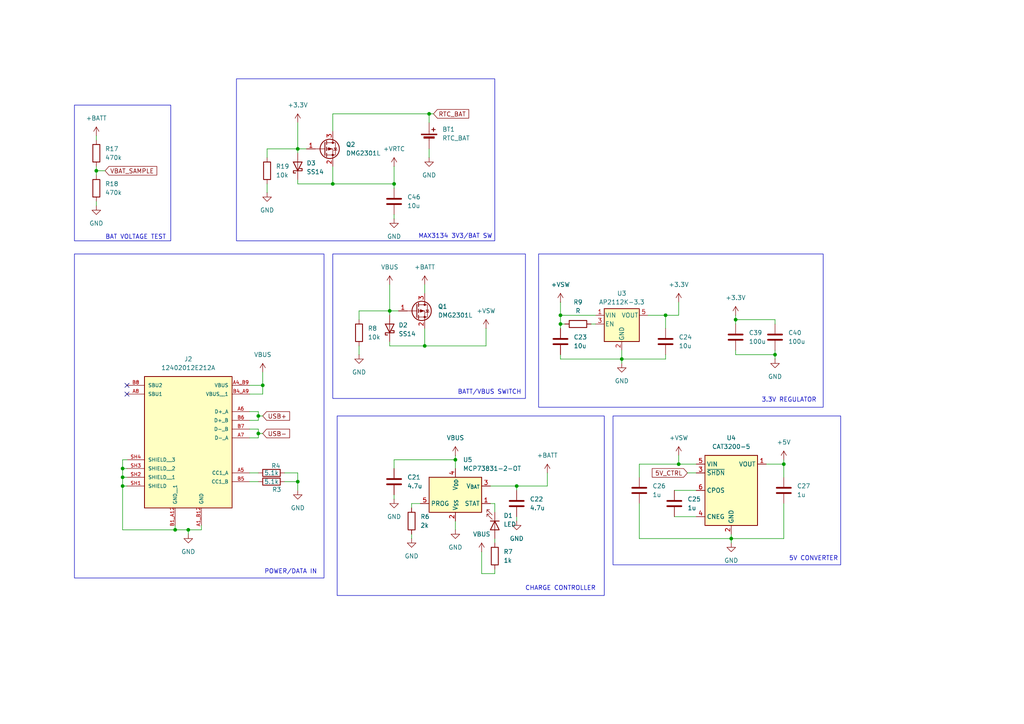
<source format=kicad_sch>
(kicad_sch (version 20231120) (generator "eeschema") (generator_version "8.0")
  (paper "A4")
  (lib_symbols
    (symbol "12402012E212A:12402012E212A" (pin_names (offset 1.016))
      (property "Reference" "J2" (at 0 17.78 0))
      (property "Value" "12402012E212A" (at 0 15.24 0))
      (symbol "12402012E212A_0_0"
        (rectangle (start -12.7 -25.4) (end 12.7 12.7) (stroke (width 0.254)) (fill (type background)))
        (pin power_in line (at 3.81 -30.48 90) (length 5.08) (name "GND") (number "A1_B12"))
        (pin power_in line (at 17.78 10.16 180) (length 5.08) (name "VBUS") (number "A4_B9"))
        (pin bidirectional line (at 17.78 -15.24 180) (length 5.08) (name "CC1_A") (number "A5"))
        (pin bidirectional line (at 17.78 2.54 180) (length 5.08) (name "D+_A") (number "A6"))
        (pin bidirectional line (at 17.78 -5.08 180) (length 5.08) (name "D-_A") (number "A7"))
        (pin bidirectional line (at -17.78 7.62 0) (length 5.08) (name "SBU1") (number "A8"))
        (pin power_in line (at -3.81 -30.48 90) (length 5.08) (name "GND__1") (number "B1_A12"))
        (pin power_in line (at 17.78 7.62 180) (length 5.08) (name "VBUS__1") (number "B4_A9"))
        (pin bidirectional line (at 17.78 -17.78 180) (length 5.08) (name "CC1_B") (number "B5"))
        (pin bidirectional line (at 17.78 0 180) (length 5.08) (name "D+_B") (number "B6"))
        (pin bidirectional line (at 17.78 -2.54 180) (length 5.08) (name "D-_B") (number "B7"))
        (pin bidirectional line (at -17.78 10.16 0) (length 5.08) (name "SBU2") (number "B8"))
        (pin passive line (at -17.78 -19.05 0) (length 5.08) (name "SHIELD") (number "SH1"))
        (pin passive line (at -17.78 -16.51 0) (length 5.08) (name "SHIELD__1") (number "SH2"))
        (pin passive line (at -17.78 -13.97 0) (length 5.08) (name "SHIELD__2") (number "SH3"))
        (pin passive line (at -17.78 -11.43 0) (length 5.08) (name "SHIELD__3") (number "SH4"))
      )
    )
    (symbol "Battery_Management:MCP73831-2-OT"
      (property "Reference" "U" (at -7.62 6.35 0))
      (property "Value" "MCP73831-2-OT" (at 1.27 6.35 0))
      (symbol "MCP73831-2-OT_0_1"
        (rectangle (start -7.62 5.08) (end 7.62 -5.08) (stroke (width 0.254)) (fill (type background)))
      )
      (symbol "MCP73831-2-OT_1_1"
        (pin tri_state line (at 10.16 -2.54 180) (length 2.54) (name "STAT") (number "1"))
        (pin power_in line (at 0 -7.62 90) (length 2.54) (name "V_{SS}") (number "2"))
        (pin power_out line (at 10.16 2.54 180) (length 2.54) (name "V_{BAT}") (number "3"))
        (pin power_in line (at 0 7.62 270) (length 2.54) (name "V_{DD}") (number "4"))
        (pin input line (at -10.16 -2.54 0) (length 2.54) (name "PROG") (number "5"))
      )
    )
    (symbol "Device:Battery_Cell" (pin_numbers hide) (pin_names (offset 0) hide)
      (property "Reference" "BT" (at 2.54 2.54 0))
      (property "Value" "Battery_Cell" (at 2.54 0 0))
      (symbol "Battery_Cell_0_1"
        (rectangle (start -2.286 1.778) (end 2.286 1.524) (fill (type outline)))
        (rectangle (start -1.524 1.016) (end 1.524 0.508) (fill (type outline)))
        (polyline (pts (xy 0 0.762) (xy 0 0)))
        (polyline (pts (xy 0 1.778) (xy 0 2.54)))
        (polyline (pts (xy 0.762 3.048) (xy 1.778 3.048)) (stroke (width 0.254)))
        (polyline (pts (xy 1.27 3.556) (xy 1.27 2.54)) (stroke (width 0.254)))
      )
      (symbol "Battery_Cell_1_1"
        (pin passive line (at 0 5.08 270) (length 2.54) (name "+") (number "1"))
        (pin passive line (at 0 -2.54 90) (length 2.54) (name "-") (number "2"))
      )
    )
    (symbol "Device:C" (pin_numbers hide) (pin_names (offset 0.254))
      (property "Reference" "C" (at 0.635 2.54 0))
      (property "Value" "C" (at 0.635 -2.54 0))
      (symbol "C_0_1"
        (polyline (pts (xy -2.032 -0.762) (xy 2.032 -0.762)) (stroke (width 0.508)))
        (polyline (pts (xy -2.032 0.762) (xy 2.032 0.762)) (stroke (width 0.508)))
      )
      (symbol "C_1_1"
        (pin passive line (at 0 3.81 270) (length 2.794) (name "~") (number "1"))
        (pin passive line (at 0 -3.81 90) (length 2.794) (name "~") (number "2"))
      )
    )
    (symbol "Device:LED" (pin_numbers hide) (pin_names (offset 1.016) hide)
      (property "Reference" "D" (at 0 2.54 0))
      (property "Value" "LED" (at 0 -2.54 0))
      (symbol "LED_0_1"
        (polyline (pts (xy -1.27 -1.27) (xy -1.27 1.27)) (stroke (width 0.254)))
        (polyline (pts (xy -1.27 0) (xy 1.27 0)))
        (polyline (pts (xy 1.27 -1.27) (xy 1.27 1.27) (xy -1.27 0) (xy 1.27 -1.27)) (stroke (width 0.254)))
        (polyline (pts (xy -3.048 -0.762) (xy -4.572 -2.286) (xy -3.81 -2.286) (xy -4.572 -2.286) (xy -4.572 -1.524)))
        (polyline (pts (xy -1.778 -0.762) (xy -3.302 -2.286) (xy -2.54 -2.286) (xy -3.302 -2.286) (xy -3.302 -1.524)))
      )
      (symbol "LED_1_1"
        (pin passive line (at -3.81 0 0) (length 2.54) (name "K") (number "1"))
        (pin passive line (at 3.81 0 180) (length 2.54) (name "A") (number "2"))
      )
    )
    (symbol "Device:R" (pin_numbers hide) (pin_names (offset 0))
      (property "Reference" "R" (at 2.032 0 90))
      (property "Value" "R" (at 0 0 90))
      (symbol "R_0_1"
        (rectangle (start -1.016 -2.54) (end 1.016 2.54) (stroke (width 0.254)))
      )
      (symbol "R_1_1"
        (pin passive line (at 0 3.81 270) (length 1.27) (name "~") (number "1"))
        (pin passive line (at 0 -3.81 90) (length 1.27) (name "~") (number "2"))
      )
    )
    (symbol "Diode:SS14" (pin_numbers hide) (pin_names (offset 1.016) hide)
      (property "Reference" "D" (at 0 2.54 0))
      (property "Value" "SS14" (at 0 -2.54 0))
      (symbol "SS14_0_1"
        (polyline (pts (xy 1.27 0) (xy -1.27 0)))
        (polyline (pts (xy 1.27 1.27) (xy 1.27 -1.27) (xy -1.27 0) (xy 1.27 1.27)) (stroke (width 0.254)))
        (polyline (pts (xy -1.905 0.635) (xy -1.905 1.27) (xy -1.27 1.27) (xy -1.27 -1.27) (xy -0.635 -1.27) (xy -0.635 -0.635)) (stroke (width 0.254)))
      )
      (symbol "SS14_1_1"
        (pin passive line (at -3.81 0 0) (length 2.54) (name "K") (number "1"))
        (pin passive line (at 3.81 0 180) (length 2.54) (name "A") (number "2"))
      )
    )
    (symbol "Regulator_Linear:AP2112K-3.3" (pin_names (offset 0.254))
      (property "Reference" "U" (at -5.08 5.715 0))
      (property "Value" "AP2112K-3.3" (at 0 5.715 0))
      (symbol "AP2112K-3.3_0_1"
        (rectangle (start -5.08 4.445) (end 5.08 -5.08) (stroke (width 0.254)) (fill (type background)))
      )
      (symbol "AP2112K-3.3_1_1"
        (pin power_in line (at -7.62 2.54 0) (length 2.54) (name "VIN") (number "1"))
        (pin power_in line (at 0 -7.62 90) (length 2.54) (name "GND") (number "2"))
        (pin input line (at -7.62 0 0) (length 2.54) (name "EN") (number "3"))
        (pin no_connect line (at 5.08 0 180) (length 2.54) hide (name "NC") (number "4"))
        (pin power_out line (at 7.62 2.54 180) (length 2.54) (name "VOUT") (number "5"))
      )
    )
    (symbol "Regulator_SwitchedCapacitor:CAT3200-5"
      (property "Reference" "U" (at 6.35 11.43 0))
      (property "Value" "CAT3200-5" (at 6.35 -11.43 0))
      (symbol "CAT3200-5_0_1"
        (rectangle (start -7.62 10.16) (end 7.62 -10.16) (stroke (width 0.254)) (fill (type background)))
      )
      (symbol "CAT3200-5_1_1"
        (pin power_out line (at 10.16 7.62 180) (length 2.54) (name "VOUT") (number "1"))
        (pin power_in line (at 0 -12.7 90) (length 2.54) (name "GND") (number "2"))
        (pin input line (at -10.16 5.08 0) (length 2.54) (name "~{SHDN}") (number "3"))
        (pin passive line (at -10.16 -7.62 0) (length 2.54) (name "CNEG") (number "4"))
        (pin power_in line (at -10.16 7.62 0) (length 2.54) (name "VIN") (number "5"))
        (pin passive line (at -10.16 0 0) (length 2.54) (name "CPOS") (number "6"))
      )
    )
    (symbol "Transistor_FET:DMG2301L" (pin_names hide)
      (property "Reference" "Q" (at 5.08 1.905 0))
      (property "Value" "DMG2301L" (at 5.08 0 0))
      (symbol "DMG2301L_0_1"
        (polyline (pts (xy 0.254 0) (xy -2.54 0)))
        (polyline (pts (xy 0.254 1.905) (xy 0.254 -1.905)) (stroke (width 0.254)))
        (polyline (pts (xy 0.762 -1.27) (xy 0.762 -2.286)) (stroke (width 0.254)))
        (polyline (pts (xy 0.762 0.508) (xy 0.762 -0.508)) (stroke (width 0.254)))
        (polyline (pts (xy 0.762 2.286) (xy 0.762 1.27)) (stroke (width 0.254)))
        (polyline (pts (xy 2.54 2.54) (xy 2.54 1.778)))
        (polyline (pts (xy 2.54 -2.54) (xy 2.54 0) (xy 0.762 0)))
        (polyline (pts (xy 0.762 1.778) (xy 3.302 1.778) (xy 3.302 -1.778) (xy 0.762 -1.778)))
        (polyline (pts (xy 2.286 0) (xy 1.27 0.381) (xy 1.27 -0.381) (xy 2.286 0)) (fill (type outline)))
        (polyline (pts (xy 2.794 -0.508) (xy 2.921 -0.381) (xy 3.683 -0.381) (xy 3.81 -0.254)))
        (polyline (pts (xy 3.302 -0.381) (xy 2.921 0.254) (xy 3.683 0.254) (xy 3.302 -0.381)))
        (circle (center 1.651 0) (radius 2.794) (stroke (width 0.254)))
        (circle (center 2.54 -1.778) (radius 0.254) (fill (type outline)))
        (circle (center 2.54 1.778) (radius 0.254) (fill (type outline)))
      )
      (symbol "DMG2301L_1_1"
        (pin input line (at -5.08 0 0) (length 2.54) (name "G") (number "1"))
        (pin passive line (at 2.54 -5.08 90) (length 2.54) (name "S") (number "2"))
        (pin passive line (at 2.54 5.08 270) (length 2.54) (name "D") (number "3"))
      )
    )
    (symbol "power:+3.3V" (power) (pin_numbers hide) (pin_names (offset 0) hide)
      (property "Value" "+3.3V" (at 0 3.556 0))
      (symbol "+3.3V_0_1"
        (polyline (pts (xy -0.762 1.27) (xy 0 2.54)))
        (polyline (pts (xy 0 0) (xy 0 2.54)))
        (polyline (pts (xy 0 2.54) (xy 0.762 1.27)))
      )
      (symbol "+3.3V_1_1"
        (pin power_in line (at 0 0 90) (length 0) (name "~") (number "1"))
      )
    )
    (symbol "power:+5V" (power) (pin_numbers hide) (pin_names (offset 0) hide)
      (property "Value" "+5V" (at 0 3.556 0))
      (symbol "+5V_0_1"
        (polyline (pts (xy -0.762 1.27) (xy 0 2.54)))
        (polyline (pts (xy 0 0) (xy 0 2.54)))
        (polyline (pts (xy 0 2.54) (xy 0.762 1.27)))
      )
      (symbol "+5V_1_1"
        (pin power_in line (at 0 0 90) (length 0) (name "~") (number "1"))
      )
    )
    (symbol "power:+BATT" (power) (pin_numbers hide) (pin_names (offset 0) hide)
      (property "Value" "+BATT" (at 0 3.556 0))
      (symbol "+BATT_0_1"
        (polyline (pts (xy -0.762 1.27) (xy 0 2.54)))
        (polyline (pts (xy 0 0) (xy 0 2.54)))
        (polyline (pts (xy 0 2.54) (xy 0.762 1.27)))
      )
      (symbol "+BATT_1_1"
        (pin power_in line (at 0 0 90) (length 0) (name "~") (number "1"))
      )
    )
    (symbol "power:+VSW" (power) (pin_numbers hide) (pin_names (offset 0) hide)
      (property "Value" "+VSW" (at 0 3.556 0))
      (symbol "+VSW_0_1"
        (polyline (pts (xy -0.762 1.27) (xy 0 2.54)))
        (polyline (pts (xy 0 0) (xy 0 2.54)))
        (polyline (pts (xy 0 2.54) (xy 0.762 1.27)))
      )
      (symbol "+VSW_1_1"
        (pin power_in line (at 0 0 90) (length 0) (name "~") (number "1"))
      )
    )
    (symbol "power:GND" (power) (pin_numbers hide) (pin_names (offset 0) hide)
      (property "Value" "GND" (at 0 -3.81 0))
      (symbol "GND_0_1"
        (polyline (pts (xy 0 0) (xy 0 -1.27) (xy 1.27 -1.27) (xy 0 -2.54) (xy -1.27 -1.27) (xy 0 -1.27)))
      )
      (symbol "GND_1_1"
        (pin power_in line (at 0 0 270) (length 0) (name "~") (number "1"))
      )
    )
    (symbol "power:VBUS" (power) (pin_numbers hide) (pin_names (offset 0) hide)
      (property "Value" "VBUS" (at 0 3.556 0))
      (symbol "VBUS_0_1"
        (polyline (pts (xy -0.762 1.27) (xy 0 2.54)))
        (polyline (pts (xy 0 0) (xy 0 2.54)))
        (polyline (pts (xy 0 2.54) (xy 0.762 1.27)))
      )
      (symbol "VBUS_1_1"
        (pin power_in line (at 0 0 90) (length 0) (name "~") (number "1"))
      )
    )
  )
  (junction (at 212.09 156.21))
  (junction (at 35.56 135.89))
  (junction (at 113.03 90.17))
  (junction (at 50.8 153.67))
  (junction (at 27.94 49.53))
  (junction (at 162.56 93.98))
  (junction (at 213.36 92.71))
  (junction (at 124.46 33.02))
  (junction (at 86.36 43.18))
  (junction (at 114.3 53.34))
  (junction (at 193.04 91.44))
  (junction (at 132.08 133.35))
  (junction (at 54.61 153.67))
  (junction (at 74.93 125.73))
  (junction (at 96.52 53.34))
  (junction (at 224.79 102.87))
  (junction (at 35.56 140.97))
  (junction (at 74.93 120.65))
  (junction (at 149.86 140.97))
  (junction (at 196.85 134.62))
  (junction (at 162.56 91.44))
  (junction (at 227.33 134.62))
  (junction (at 76.2 111.76))
  (junction (at 123.19 100.33))
  (junction (at 86.36 139.7))
  (junction (at 35.56 138.43))
  (junction (at 180.34 104.14))
  (no_connect (at 36.83 114.3))
  (no_connect (at 36.83 111.76))
  (wire (pts (xy 227.33 146.05) (xy 227.33 156.21)))
  (wire (pts (xy 114.3 48.26) (xy 114.3 53.34)))
  (wire (pts (xy 35.56 138.43) (xy 36.83 138.43)))
  (wire (pts (xy 171.45 93.98) (xy 172.72 93.98)))
  (wire (pts (xy 74.93 121.92) (xy 74.93 120.65)))
  (wire (pts (xy 199.39 137.16) (xy 201.93 137.16)))
  (wire (pts (xy 27.94 48.26) (xy 27.94 49.53)))
  (wire (pts (xy 35.56 135.89) (xy 35.56 133.35)))
  (wire (pts (xy 74.93 120.65) (xy 76.2 120.65)))
  (wire (pts (xy 35.56 133.35) (xy 36.83 133.35)))
  (wire (pts (xy 212.09 154.94) (xy 212.09 156.21)))
  (wire (pts (xy 35.56 138.43) (xy 35.56 135.89)))
  (wire (pts (xy 114.3 135.89) (xy 114.3 133.35)))
  (wire (pts (xy 143.51 166.37) (xy 143.51 165.1)))
  (wire (pts (xy 143.51 146.05) (xy 142.24 146.05)))
  (wire (pts (xy 74.93 124.46) (xy 74.93 125.73)))
  (wire (pts (xy 185.42 134.62) (xy 196.85 134.62)))
  (wire (pts (xy 162.56 95.25) (xy 162.56 93.98)))
  (wire (pts (xy 162.56 87.63) (xy 162.56 91.44)))
  (wire (pts (xy 123.19 82.55) (xy 123.19 85.09)))
  (wire (pts (xy 119.38 154.94) (xy 119.38 156.21)))
  (wire (pts (xy 82.55 139.7) (xy 86.36 139.7)))
  (wire (pts (xy 149.86 142.24) (xy 149.86 140.97)))
  (wire (pts (xy 54.61 154.94) (xy 54.61 153.67)))
  (wire (pts (xy 72.39 139.7) (xy 74.93 139.7)))
  (wire (pts (xy 27.94 49.53) (xy 30.48 49.53)))
  (wire (pts (xy 162.56 91.44) (xy 172.72 91.44)))
  (wire (pts (xy 86.36 44.45) (xy 86.36 43.18)))
  (wire (pts (xy 162.56 91.44) (xy 162.56 93.98)))
  (wire (pts (xy 72.39 114.3) (xy 76.2 114.3)))
  (wire (pts (xy 74.93 119.38) (xy 74.93 120.65)))
  (wire (pts (xy 227.33 156.21) (xy 212.09 156.21)))
  (wire (pts (xy 119.38 146.05) (xy 121.92 146.05)))
  (wire (pts (xy 224.79 92.71) (xy 213.36 92.71)))
  (wire (pts (xy 86.36 53.34) (xy 96.52 53.34)))
  (wire (pts (xy 180.34 101.6) (xy 180.34 104.14)))
  (wire (pts (xy 124.46 35.56) (xy 124.46 33.02)))
  (wire (pts (xy 196.85 87.63) (xy 196.85 91.44)))
  (wire (pts (xy 140.97 95.25) (xy 140.97 100.33)))
  (wire (pts (xy 35.56 140.97) (xy 35.56 153.67)))
  (wire (pts (xy 35.56 135.89) (xy 36.83 135.89)))
  (wire (pts (xy 72.39 127) (xy 74.93 127)))
  (wire (pts (xy 119.38 147.32) (xy 119.38 146.05)))
  (wire (pts (xy 143.51 156.21) (xy 143.51 157.48)))
  (wire (pts (xy 193.04 95.25) (xy 193.04 91.44)))
  (wire (pts (xy 77.47 53.34) (xy 77.47 55.88)))
  (wire (pts (xy 213.36 101.6) (xy 213.36 102.87)))
  (wire (pts (xy 86.36 137.16) (xy 86.36 139.7)))
  (wire (pts (xy 104.14 100.33) (xy 104.14 102.87)))
  (wire (pts (xy 124.46 33.02) (xy 96.52 33.02)))
  (wire (pts (xy 74.93 127) (xy 74.93 125.73)))
  (wire (pts (xy 58.42 153.67) (xy 54.61 153.67)))
  (wire (pts (xy 54.61 153.67) (xy 50.8 153.67)))
  (wire (pts (xy 96.52 33.02) (xy 96.52 38.1)))
  (wire (pts (xy 195.58 142.24) (xy 201.93 142.24)))
  (wire (pts (xy 149.86 149.86) (xy 149.86 151.13)))
  (wire (pts (xy 114.3 133.35) (xy 132.08 133.35)))
  (wire (pts (xy 77.47 45.72) (xy 77.47 43.18)))
  (wire (pts (xy 143.51 148.59) (xy 143.51 146.05)))
  (wire (pts (xy 224.79 102.87) (xy 224.79 101.6)))
  (wire (pts (xy 50.8 153.67) (xy 50.8 152.4)))
  (wire (pts (xy 86.36 35.56) (xy 86.36 43.18)))
  (wire (pts (xy 162.56 93.98) (xy 163.83 93.98)))
  (wire (pts (xy 158.75 137.16) (xy 158.75 140.97)))
  (wire (pts (xy 36.83 140.97) (xy 35.56 140.97)))
  (wire (pts (xy 196.85 132.08) (xy 196.85 134.62)))
  (wire (pts (xy 185.42 138.43) (xy 185.42 134.62)))
  (wire (pts (xy 180.34 104.14) (xy 193.04 104.14)))
  (wire (pts (xy 139.7 166.37) (xy 143.51 166.37)))
  (wire (pts (xy 104.14 90.17) (xy 113.03 90.17)))
  (wire (pts (xy 132.08 132.08) (xy 132.08 133.35)))
  (wire (pts (xy 193.04 91.44) (xy 187.96 91.44)))
  (wire (pts (xy 58.42 152.4) (xy 58.42 153.67)))
  (wire (pts (xy 86.36 43.18) (xy 88.9 43.18)))
  (wire (pts (xy 96.52 53.34) (xy 96.52 48.26)))
  (wire (pts (xy 213.36 102.87) (xy 224.79 102.87)))
  (wire (pts (xy 162.56 102.87) (xy 162.56 104.14)))
  (wire (pts (xy 227.33 134.62) (xy 227.33 133.35)))
  (wire (pts (xy 212.09 157.48) (xy 212.09 156.21)))
  (wire (pts (xy 76.2 114.3) (xy 76.2 111.76)))
  (wire (pts (xy 132.08 151.13) (xy 132.08 153.67)))
  (wire (pts (xy 224.79 93.98) (xy 224.79 92.71)))
  (wire (pts (xy 113.03 82.55) (xy 113.03 90.17)))
  (wire (pts (xy 196.85 91.44) (xy 193.04 91.44)))
  (wire (pts (xy 114.3 53.34) (xy 114.3 54.61)))
  (wire (pts (xy 124.46 43.18) (xy 124.46 45.72)))
  (wire (pts (xy 227.33 134.62) (xy 227.33 138.43)))
  (wire (pts (xy 213.36 91.44) (xy 213.36 92.71)))
  (wire (pts (xy 124.46 33.02) (xy 125.73 33.02)))
  (wire (pts (xy 185.42 156.21) (xy 212.09 156.21)))
  (wire (pts (xy 185.42 146.05) (xy 185.42 156.21)))
  (wire (pts (xy 195.58 149.86) (xy 201.93 149.86)))
  (wire (pts (xy 74.93 125.73) (xy 76.2 125.73)))
  (wire (pts (xy 27.94 39.37) (xy 27.94 40.64)))
  (wire (pts (xy 132.08 133.35) (xy 132.08 135.89)))
  (wire (pts (xy 72.39 119.38) (xy 74.93 119.38)))
  (wire (pts (xy 180.34 104.14) (xy 180.34 105.41)))
  (wire (pts (xy 27.94 49.53) (xy 27.94 50.8)))
  (wire (pts (xy 72.39 124.46) (xy 74.93 124.46)))
  (wire (pts (xy 72.39 111.76) (xy 76.2 111.76)))
  (wire (pts (xy 224.79 102.87) (xy 224.79 104.14)))
  (wire (pts (xy 158.75 140.97) (xy 149.86 140.97)))
  (wire (pts (xy 35.56 153.67) (xy 50.8 153.67)))
  (wire (pts (xy 27.94 58.42) (xy 27.94 59.69)))
  (wire (pts (xy 86.36 137.16) (xy 82.55 137.16)))
  (wire (pts (xy 86.36 52.07) (xy 86.36 53.34)))
  (wire (pts (xy 35.56 140.97) (xy 35.56 138.43)))
  (wire (pts (xy 113.03 100.33) (xy 123.19 100.33)))
  (wire (pts (xy 113.03 91.44) (xy 113.03 90.17)))
  (wire (pts (xy 149.86 140.97) (xy 142.24 140.97)))
  (wire (pts (xy 86.36 139.7) (xy 86.36 142.24)))
  (wire (pts (xy 193.04 102.87) (xy 193.04 104.14)))
  (wire (pts (xy 114.3 62.23) (xy 114.3 63.5)))
  (wire (pts (xy 76.2 111.76) (xy 76.2 107.95)))
  (wire (pts (xy 114.3 143.51) (xy 114.3 144.78)))
  (wire (pts (xy 140.97 100.33) (xy 123.19 100.33)))
  (wire (pts (xy 114.3 53.34) (xy 96.52 53.34)))
  (wire (pts (xy 139.7 160.02) (xy 139.7 166.37)))
  (wire (pts (xy 77.47 43.18) (xy 86.36 43.18)))
  (wire (pts (xy 104.14 92.71) (xy 104.14 90.17)))
  (wire (pts (xy 72.39 137.16) (xy 74.93 137.16)))
  (wire (pts (xy 113.03 90.17) (xy 115.57 90.17)))
  (wire (pts (xy 222.25 134.62) (xy 227.33 134.62)))
  (wire (pts (xy 72.39 121.92) (xy 74.93 121.92)))
  (wire (pts (xy 113.03 99.06) (xy 113.03 100.33)))
  (wire (pts (xy 123.19 100.33) (xy 123.19 95.25)))
  (wire (pts (xy 196.85 134.62) (xy 201.93 134.62)))
  (wire (pts (xy 213.36 92.71) (xy 213.36 93.98)))
  (wire (pts (xy 162.56 104.14) (xy 180.34 104.14)))
  (rectangle (start 96.52 73.66) (end 152.4 115.57))
  (rectangle (start 21.59 73.66) (end 93.98 167.64))
  (rectangle (start 68.58 22.86) (end 143.51 69.85))
  (rectangle (start 156.21 73.66) (end 238.76 118.11))
  (rectangle (start 97.79 120.65) (end 175.26 172.72))
  (rectangle (start 21.59 30.48) (end 49.53 69.85))
  (rectangle (start 177.8 120.65) (end 243.84 163.83))
  (text "POWER/DATA IN" (at 84.328 165.862 0) (effects (font (size 1.27 1.27))))
  (text "BATT/VBUS SWITCH" (at 141.986 113.792 0) (effects (font (size 1.27 1.27))))
  (text "5V CONVERTER" (at 235.966 162.052 0) (effects (font (size 1.27 1.27))))
  (text "MAX3134 3V3/BAT SW" (at 132.08 68.58 0) (effects (font (size 1.27 1.27))))
  (text "BAT VOLTAGE TEST" (at 39.37 68.834 0) (effects (font (size 1.27 1.27))))
  (text "3.3V REGULATOR" (at 228.854 116.078 0) (effects (font (size 1.27 1.27))))
  (text "CHARGE CONTROLLER" (at 162.56 170.688 0) (effects (font (size 1.27 1.27))))
  (global_label "USB-" (shape input) (at 76.2 125.73 0) (property "Intersheetrefs" "${INTERSHEET_REFS}" (effects (hide yes))))
  (global_label "5V_CTRL" (shape input) (at 199.39 137.16 180) (property "Intersheetrefs" "${INTERSHEET_REFS}" (effects (hide yes))))
  (global_label "USB+" (shape input) (at 76.2 120.65 0) (property "Intersheetrefs" "${INTERSHEET_REFS}" (effects (hide yes))))
  (global_label "VBAT_SAMPLE" (shape input) (at 30.48 49.53 0) (property "Intersheetrefs" "${INTERSHEET_REFS}" (effects (hide yes))))
  (global_label "RTC_BAT" (shape input) (at 125.73 33.02 0) (property "Intersheetrefs" "${INTERSHEET_REFS}" (effects (hide yes))))
  (symbol (lib_id "power:GND") (at 114.3 144.78 0) (unit 1)
    (property "Reference" "#PWR029" (effects (hide yes)))
    (property "Value" "GND" (at 114.3 149.86 0))
    (property "Description" "Power symbol creates a global label with name \"GND\" , ground" (effects (hide yes)))
  )
  (symbol (lib_id "Device:R") (at 27.94 54.61 0) (unit 1)
    (property "Reference" "R18" (at 30.48 53.3399 0) (effects (justify left)))
    (property "Value" "470k" (at 30.48 55.8799 0) (effects (justify left)))
    (property "Footprint" "Resistor_SMD:R_0805_2012Metric_Pad1.20x1.40mm_HandSolder" (effects (hide yes)))
    (property "Description" "Resistor" (effects (hide yes)))
  )
  (symbol (lib_id "Device:R") (at 77.47 49.53 0) (unit 1)
    (property "Reference" "R19" (at 80.01 48.2599 0) (effects (justify left)))
    (property "Value" "10k" (at 80.01 50.7999 0) (effects (justify left)))
    (property "Footprint" "Resistor_SMD:R_0805_2012Metric_Pad1.20x1.40mm_HandSolder" (effects (hide yes)))
    (property "Description" "Resistor" (effects (hide yes)))
  )
  (symbol (lib_id "power:+5V") (at 227.33 133.35 0) (unit 1)
    (property "Reference" "#PWR038" (effects (hide yes)))
    (property "Value" "+5V" (at 227.33 128.27 0))
    (property "Description" "Power symbol creates a global label with name \"+5V\"" (effects (hide yes)))
  )
  (symbol (lib_id "Device:C") (at 114.3 58.42 0) (unit 1)
    (property "Reference" "C46" (at 118.11 57.1499 0) (effects (justify left)))
    (property "Value" "10u" (at 118.11 59.6899 0) (effects (justify left)))
    (property "Footprint" "Capacitor_SMD:C_0805_2012Metric_Pad1.18x1.45mm_HandSolder" (effects (hide yes)))
    (property "Description" "Unpolarized capacitor" (effects (hide yes)))
  )
  (symbol (lib_id "Device:R") (at 167.64 93.98 90) (unit 1)
    (property "Reference" "R9" (at 167.64 87.63 90))
    (property "Value" "R" (at 167.64 90.17 90))
    (property "Footprint" "Resistor_SMD:R_0805_2012Metric_Pad1.20x1.40mm_HandSolder" (effects (hide yes)))
    (property "Description" "Resistor" (effects (hide yes)))
  )
  (symbol (lib_id "power:GND") (at 149.86 151.13 0) (unit 1)
    (property "Reference" "#PWR030" (effects (hide yes)))
    (property "Value" "GND" (at 149.86 156.21 0))
    (property "Description" "Power symbol creates a global label with name \"GND\" , ground" (effects (hide yes)))
  )
  (symbol (lib_id "power:GND") (at 124.46 45.72 0) (unit 1)
    (property "Reference" "#PWR090" (effects (hide yes)))
    (property "Value" "GND" (at 124.46 50.8 0))
    (property "Description" "Power symbol creates a global label with name \"GND\" , ground" (effects (hide yes)))
  )
  (symbol (lib_id "Device:C") (at 227.33 142.24 0) (unit 1)
    (property "Reference" "C27" (at 231.14 140.9699 0) (effects (justify left)))
    (property "Value" "1u" (at 231.14 143.5099 0) (effects (justify left)))
    (property "Footprint" "Capacitor_SMD:C_0805_2012Metric_Pad1.18x1.45mm_HandSolder" (effects (hide yes)))
  )
  (symbol (lib_id "power:GND") (at 132.08 153.67 0) (unit 1)
    (property "Reference" "#PWR027" (effects (hide yes)))
    (property "Value" "GND" (at 132.08 158.75 0))
    (property "Description" "Power symbol creates a global label with name \"GND\" , ground" (effects (hide yes)))
  )
  (symbol (lib_id "power:+3.3V") (at 213.36 91.44 0) (unit 1)
    (property "Reference" "#PWR057" (effects (hide yes)))
    (property "Value" "+3.3V" (at 213.36 86.36 0))
    (property "Description" "Power symbol creates a global label with name \"+3.3V\"" (effects (hide yes)))
  )
  (symbol (lib_id "power:GND") (at 27.94 59.69 0) (unit 1)
    (property "Reference" "#PWR086" (effects (hide yes)))
    (property "Value" "GND" (at 27.94 64.77 0))
    (property "Description" "Power symbol creates a global label with name \"GND\" , ground" (effects (hide yes)))
  )
  (symbol (lib_id "power:+BATT") (at 123.19 82.55 0) (unit 1)
    (property "Reference" "#PWR032" (effects (hide yes)))
    (property "Value" "+BATT" (at 123.19 77.47 0))
    (property "Description" "Power symbol creates a global label with name \"+BATT\"" (effects (hide yes)))
  )
  (symbol (lib_id "power:+3.3V") (at 196.85 87.63 0) (unit 1)
    (property "Reference" "#PWR037" (effects (hide yes)))
    (property "Value" "+3.3V" (at 196.85 82.55 0))
    (property "Description" "Power symbol creates a global label with name \"+3.3V\"" (effects (hide yes)))
  )
  (symbol (lib_id "power:GND") (at 77.47 55.88 0) (unit 1)
    (property "Reference" "#PWR089" (effects (hide yes)))
    (property "Value" "GND" (at 77.47 60.96 0))
    (property "Description" "Power symbol creates a global label with name \"GND\" , ground" (effects (hide yes)))
  )
  (symbol (lib_id "power:+3.3V") (at 86.36 35.56 0) (unit 1)
    (property "Reference" "#PWR062" (effects (hide yes)))
    (property "Value" "+3.3V" (at 86.36 30.48 0))
    (property "Description" "Power symbol creates a global label with name \"+3.3V\"" (effects (hide yes)))
  )
  (symbol (lib_id "power:+VSW") (at 162.56 87.63 0) (unit 1)
    (property "Reference" "#PWR035" (effects (hide yes)))
    (property "Value" "+VSW" (at 162.56 82.55 0))
    (property "Description" "Power symbol creates a global label with name \"+VSW\"" (effects (hide yes)))
  )
  (symbol (lib_id "Regulator_SwitchedCapacitor:CAT3200-5") (at 212.09 142.24 0) (unit 1)
    (property "Reference" "U4" (at 212.09 127 0))
    (property "Value" "CAT3200-5" (at 212.09 129.54 0))
    (property "Footprint" "Package_TO_SOT_SMD:SOT-23-6" (effects (hide yes)))
    (property "Datasheet" "https://www.onsemi.com/pdf/datasheet/cat3200-d.pdf" (effects (hide yes)))
    (property "Description" "Low Noise Regulated Charge Pump DC-DC Converter, 5 V, 100 mA, SOT-23-6" (effects (hide yes)))
  )
  (symbol (lib_id "power:VBUS") (at 113.03 82.55 0) (unit 1)
    (property "Reference" "#PWR024" (effects (hide yes)))
    (property "Value" "VBUS" (at 113.03 77.47 0))
    (property "Description" "Power symbol creates a global label with name \"VBUS\"" (effects (hide yes)))
  )
  (symbol (lib_id "Device:R") (at 27.94 44.45 0) (unit 1)
    (property "Reference" "R17" (at 30.48 43.1799 0) (effects (justify left)))
    (property "Value" "470k" (at 30.48 45.7199 0) (effects (justify left)))
    (property "Footprint" "Resistor_SMD:R_0805_2012Metric_Pad1.20x1.40mm_HandSolder" (effects (hide yes)))
    (property "Description" "Resistor" (effects (hide yes)))
  )
  (symbol (lib_id "Device:LED") (at 143.51 152.4 270) (unit 1)
    (property "Reference" "D1" (at 146.05 149.5424 90) (effects (justify left)))
    (property "Value" "LED" (at 146.05 152.0824 90) (effects (justify left)))
    (property "Footprint" "LED_SMD:LED_1206_3216Metric_Pad1.42x1.75mm_HandSolder" (effects (hide yes)))
    (property "Description" "Light emitting diode" (effects (hide yes)))
  )
  (symbol (lib_id "Battery_Management:MCP73831-2-OT") (at 132.08 143.51 0) (unit 1)
    (property "Reference" "U5" (at 134.2741 133.35 0) (effects (justify left)))
    (property "Value" "MCP73831-2-OT" (at 134.2741 135.89 0) (effects (justify left)))
    (property "Footprint" "Package_TO_SOT_SMD:SOT-23-5" (effects (hide yes)))
    (property "Datasheet" "http://ww1.microchip.com/downloads/en/DeviceDoc/20001984g.pdf" (effects (hide yes)))
    (property "Description" "Single cell, Li-Ion/Li-Po charge management controller, 4.20V, Tri-State Status Output, in SOT23-5 package" (effects (hide yes)))
  )
  (symbol (lib_id "power:VBUS") (at 76.2 107.95 0) (unit 1)
    (property "Reference" "#PWR018" (effects (hide yes)))
    (property "Value" "VBUS" (at 76.2 102.87 0))
    (property "Description" "Power symbol creates a global label with name \"VBUS\"" (effects (hide yes)))
  )
  (symbol (lib_id "power:+VSW") (at 196.85 132.08 0) (unit 1)
    (property "Reference" "#PWR036" (effects (hide yes)))
    (property "Value" "+VSW" (at 196.85 127 0))
    (property "Description" "Power symbol creates a global label with name \"+VSW\"" (effects (hide yes)))
  )
  (symbol (lib_id "power:+VSW") (at 114.3 48.26 0) (unit 1)
    (property "Reference" "#PWR092" (effects (hide yes)))
    (property "Value" "+VRTC" (at 114.3 43.18 0))
    (property "Description" "Power symbol creates a global label with name \"+VSW\"" (effects (hide yes)))
  )
  (symbol (lib_id "Diode:SS14") (at 113.03 95.25 90) (unit 1)
    (property "Reference" "D2" (at 115.57 94.2974 90) (effects (justify right)))
    (property "Value" "SS14" (at 115.57 96.8374 90) (effects (justify right)))
    (property "Footprint" "Diode_SMD:D_SMA" (effects (hide yes)))
    (property "Datasheet" "https://www.vishay.com/docs/88746/ss12.pdf" (effects (hide yes)))
    (property "Description" "40V 1A Schottky Diode, SMA" (effects (hide yes)))
  )
  (symbol (lib_id "power:GND") (at 86.36 142.24 0) (unit 1)
    (property "Reference" "#PWR020" (effects (hide yes)))
    (property "Value" "GND" (at 86.36 147.32 0))
    (property "Description" "Power symbol creates a global label with name \"GND\" , ground" (effects (hide yes)))
  )
  (symbol (lib_id "Diode:SS14") (at 86.36 48.26 90) (unit 1)
    (property "Reference" "D3" (at 88.9 47.3074 90) (effects (justify right)))
    (property "Value" "SS14" (at 88.9 49.8474 90) (effects (justify right)))
    (property "Footprint" "Diode_SMD:D_SMA" (effects (hide yes)))
    (property "Datasheet" "https://www.vishay.com/docs/88746/ss12.pdf" (effects (hide yes)))
    (property "Description" "40V 1A Schottky Diode, SMA" (effects (hide yes)))
  )
  (symbol (lib_id "Device:Battery_Cell") (at 124.46 40.64 0) (unit 1)
    (property "Reference" "BT1" (at 128.27 37.5284 0) (effects (justify left)))
    (property "Value" "RTC_BAT" (at 128.27 40.0684 0) (effects (justify left)))
    (property "Footprint" "WiSDOM:BAT_BAT-HLD-001-THM" (effects (hide yes)))
    (property "Description" "Single-cell battery" (effects (hide yes)))
  )
  (symbol (lib_id "power:GND") (at 224.79 104.14 0) (unit 1)
    (property "Reference" "#PWR058" (effects (hide yes)))
    (property "Value" "GND" (at 224.79 109.22 0))
    (property "Description" "Power symbol creates a global label with name \"GND\" , ground" (effects (hide yes)))
  )
  (symbol (lib_id "Transistor_FET:DMG2301L") (at 120.65 90.17 0) (unit 1)
    (property "Reference" "Q1" (at 127 88.8999 0) (effects (justify left)))
    (property "Value" "DMG2301L" (at 127 91.4399 0) (effects (justify left)))
    (property "Footprint" "Package_TO_SOT_SMD:SOT-23" (effects (hide yes)))
    (property "Datasheet" "https://www.diodes.com/assets/Datasheets/DMG2301L.pdf" (effects (hide yes)))
    (property "Description" "-3A Id, -20V Vds, P-Channel MOSFET, SOT-23" (effects (hide yes)))
  )
  (symbol (lib_id "power:+VSW") (at 140.97 95.25 0) (unit 1)
    (property "Reference" "#PWR034" (effects (hide yes)))
    (property "Value" "+VSW" (at 140.97 90.17 0))
    (property "Description" "Power symbol creates a global label with name \"+VSW\"" (effects (hide yes)))
  )
  (symbol (lib_id "Device:C") (at 213.36 97.79 0) (unit 1)
    (property "Reference" "C39" (at 217.17 96.5199 0) (effects (justify left)))
    (property "Value" "100u" (at 217.17 99.0599 0) (effects (justify left)))
    (property "Footprint" "Capacitor_SMD:C_0805_2012Metric_Pad1.18x1.45mm_HandSolder" (effects (hide yes)))
    (property "Description" "Unpolarized capacitor" (effects (hide yes)))
  )
  (symbol (lib_id "Device:C") (at 114.3 139.7 0) (unit 1)
    (property "Reference" "C21" (at 118.11 138.4299 0) (effects (justify left)))
    (property "Value" "4.7u" (at 118.11 140.9699 0) (effects (justify left)))
    (property "Footprint" "Capacitor_SMD:C_0805_2012Metric_Pad1.18x1.45mm_HandSolder" (effects (hide yes)))
    (property "Description" "Unpolarized capacitor" (effects (hide yes)))
  )
  (symbol (lib_id "power:GND") (at 114.3 63.5 0) (unit 1)
    (property "Reference" "#PWR091" (effects (hide yes)))
    (property "Value" "GND" (at 114.3 68.58 0))
    (property "Description" "Power symbol creates a global label with name \"GND\" , ground" (effects (hide yes)))
  )
  (symbol (lib_id "Device:C") (at 193.04 99.06 0) (unit 1)
    (property "Reference" "C24" (at 196.85 97.7899 0) (effects (justify left)))
    (property "Value" "10u" (at 196.85 100.3299 0) (effects (justify left)))
    (property "Footprint" "Capacitor_SMD:C_0805_2012Metric_Pad1.18x1.45mm_HandSolder" (effects (hide yes)))
    (property "Description" "Unpolarized capacitor" (effects (hide yes)))
  )
  (symbol (lib_id "Device:R") (at 119.38 151.13 0) (unit 1)
    (property "Reference" "R6" (at 121.92 149.8599 0) (effects (justify left)))
    (property "Value" "2k" (at 121.92 152.3999 0) (effects (justify left)))
    (property "Footprint" "Resistor_SMD:R_0805_2012Metric_Pad1.20x1.40mm_HandSolder" (effects (hide yes)))
    (property "Description" "Resistor" (effects (hide yes)))
  )
  (symbol (lib_id "power:GND") (at 119.38 156.21 0) (unit 1)
    (property "Reference" "#PWR028" (effects (hide yes)))
    (property "Value" "GND" (at 119.38 161.29 0))
    (property "Description" "Power symbol creates a global label with name \"GND\" , ground" (effects (hide yes)))
  )
  (symbol (lib_id "Device:C") (at 185.42 142.24 0) (unit 1)
    (property "Reference" "C26" (at 189.23 140.9699 0) (effects (justify left)))
    (property "Value" "1u" (at 189.23 143.5099 0) (effects (justify left)))
    (property "Footprint" "Capacitor_SMD:C_0805_2012Metric_Pad1.18x1.45mm_HandSolder" (effects (hide yes)))
    (property "Description" "Unpolarized capacitor" (effects (hide yes)))
  )
  (symbol (lib_id "Device:R") (at 78.74 137.16 90) (unit 1)
    (property "Reference" "R4" (at 80.01 135.128 90))
    (property "Value" "5.1k" (at 78.74 137.16 90))
    (property "Footprint" "Resistor_SMD:R_0805_2012Metric_Pad1.20x1.40mm_HandSolder" (effects (hide yes)))
    (property "Description" "Resistor" (effects (hide yes)))
  )
  (symbol (lib_id "Regulator_Linear:AP2112K-3.3") (at 180.34 93.98 0) (unit 1)
    (property "Reference" "U3" (at 180.34 85.09 0))
    (property "Value" "AP2112K-3.3" (at 180.34 87.63 0))
    (property "Footprint" "Package_TO_SOT_SMD:SOT-23-5" (effects (hide yes)))
    (property "Datasheet" "https://www.diodes.com/assets/Datasheets/AP2112.pdf" (effects (hide yes)))
    (property "Description" "600mA low dropout linear regulator, with enable pin, 3.8V-6V input voltage range, 3.3V fixed positive output, SOT-23-5" (effects (hide yes)))
  )
  (symbol (lib_id "Device:C") (at 224.79 97.79 0) (unit 1)
    (property "Reference" "C40" (at 228.6 96.5199 0) (effects (justify left)))
    (property "Value" "100u" (at 228.6 99.0599 0) (effects (justify left)))
    (property "Footprint" "Capacitor_SMD:C_0805_2012Metric_Pad1.18x1.45mm_HandSolder" (effects (hide yes)))
    (property "Description" "Unpolarized capacitor" (effects (hide yes)))
  )
  (symbol (lib_id "Transistor_FET:DMG2301L") (at 93.98 43.18 0) (unit 1)
    (property "Reference" "Q2" (at 100.33 41.9099 0) (effects (justify left)))
    (property "Value" "DMG2301L" (at 100.33 44.4499 0) (effects (justify left)))
    (property "Footprint" "Package_TO_SOT_SMD:SOT-23" (effects (hide yes)))
    (property "Datasheet" "https://www.diodes.com/assets/Datasheets/DMG2301L.pdf" (effects (hide yes)))
    (property "Description" "-3A Id, -20V Vds, P-Channel MOSFET, SOT-23" (effects (hide yes)))
  )
  (symbol (lib_id "12402012E212A:12402012E212A") (at 54.61 121.92 0) (unit 1)
    (property "Reference" "J2" (at 54.61 104.14 0))
    (property "Value" "12402012E212A" (at 54.61 106.68 0))
    (property "Footprint" "WiSDOM:AMPHENOL_12402012E212A" (effects (hide yes)))
    (property "PARTREV" "4" (effects (hide yes)))
    (property "STANDARD" "Manufacturer Recommendations" (effects (hide yes)))
    (property "MAXIMUM_PACKAGE_HEIGHT" "3.26 mm" (effects (hide yes)))
    (property "MANUFACTURER" "Amphenol" (effects (hide yes)))
  )
  (symbol (lib_id "Device:C") (at 195.58 146.05 0) (unit 1)
    (property "Reference" "C25" (at 199.39 144.7799 0) (effects (justify left)))
    (property "Value" "1u" (at 199.39 147.3199 0) (effects (justify left)))
    (property "Footprint" "Capacitor_SMD:C_0805_2012Metric_Pad1.18x1.45mm_HandSolder" (effects (hide yes)))
  )
  (symbol (lib_id "power:+BATT") (at 27.94 39.37 0) (unit 1)
    (property "Reference" "#PWR085" (effects (hide yes)))
    (property "Value" "+BATT" (at 27.94 34.29 0))
    (property "Description" "Power symbol creates a global label with name \"+BATT\"" (effects (hide yes)))
  )
  (symbol (lib_id "Device:C") (at 149.86 146.05 0) (unit 1)
    (property "Reference" "C22" (at 153.67 144.7799 0) (effects (justify left)))
    (property "Value" "4.7u" (at 153.67 147.3199 0) (effects (justify left)))
    (property "Footprint" "Capacitor_SMD:C_0805_2012Metric_Pad1.18x1.45mm_HandSolder" (effects (hide yes)))
    (property "Description" "Unpolarized capacitor" (effects (hide yes)))
  )
  (symbol (lib_id "power:GND") (at 212.09 157.48 0) (unit 1)
    (property "Reference" "#PWR022" (effects (hide yes)))
    (property "Value" "GND" (at 212.09 162.56 0))
    (property "Description" "Power symbol creates a global label with name \"GND\" , ground" (effects (hide yes)))
  )
  (symbol (lib_id "power:GND") (at 54.61 154.94 0) (unit 1)
    (property "Reference" "#PWR019" (effects (hide yes)))
    (property "Value" "GND" (at 54.61 160.02 0))
    (property "Description" "Power symbol creates a global label with name \"GND\" , ground" (effects (hide yes)))
  )
  (symbol (lib_id "Device:R") (at 78.74 139.7 90) (unit 1)
    (property "Reference" "R3" (at 80.264 141.986 90))
    (property "Value" "5.1k" (at 78.74 139.7 90))
    (property "Footprint" "Resistor_SMD:R_0805_2012Metric_Pad1.20x1.40mm_HandSolder" (effects (hide yes)))
    (property "Description" "Resistor" (effects (hide yes)))
  )
  (symbol (lib_id "power:+BATT") (at 158.75 137.16 0) (unit 1)
    (property "Reference" "#PWR021" (effects (hide yes)))
    (property "Value" "+BATT" (at 158.75 132.08 0))
    (property "Description" "Power symbol creates a global label with name \"+BATT\"" (effects (hide yes)))
  )
  (symbol (lib_id "power:VBUS") (at 139.7 160.02 0) (unit 1)
    (property "Reference" "#PWR031" (effects (hide yes)))
    (property "Value" "VBUS" (at 139.7 154.94 0))
    (property "Description" "Power symbol creates a global label with name \"VBUS\"" (effects (hide yes)))
  )
  (symbol (lib_id "power:GND") (at 104.14 102.87 0) (unit 1)
    (property "Reference" "#PWR033" (effects (hide yes)))
    (property "Value" "GND" (at 104.14 107.95 0))
    (property "Description" "Power symbol creates a global label with name \"GND\" , ground" (effects (hide yes)))
  )
  (symbol (lib_id "power:GND") (at 180.34 105.41 0) (unit 1)
    (property "Reference" "#PWR023" (effects (hide yes)))
    (property "Value" "GND" (at 180.34 110.49 0))
    (property "Description" "Power symbol creates a global label with name \"GND\" , ground" (effects (hide yes)))
  )
  (symbol (lib_id "power:VBUS") (at 132.08 132.08 0) (unit 1)
    (property "Reference" "#PWR026" (effects (hide yes)))
    (property "Value" "VBUS" (at 132.08 127 0))
    (property "Description" "Power symbol creates a global label with name \"VBUS\"" (effects (hide yes)))
  )
  (symbol (lib_id "Device:C") (at 162.56 99.06 0) (unit 1)
    (property "Reference" "C23" (at 166.37 97.7899 0) (effects (justify left)))
    (property "Value" "10u" (at 166.37 100.3299 0) (effects (justify left)))
    (property "Footprint" "Capacitor_SMD:C_0805_2012Metric_Pad1.18x1.45mm_HandSolder" (effects (hide yes)))
    (property "Description" "Unpolarized capacitor" (effects (hide yes)))
  )
  (symbol (lib_id "Device:R") (at 143.51 161.29 0) (unit 1)
    (property "Reference" "R7" (at 146.05 160.0199 0) (effects (justify left)))
    (property "Value" "1k" (at 146.05 162.5599 0) (effects (justify left)))
    (property "Footprint" "Resistor_SMD:R_0805_2012Metric_Pad1.20x1.40mm_HandSolder" (effects (hide yes)))
    (property "Description" "Resistor" (effects (hide yes)))
  )
  (symbol (lib_id "Device:R") (at 104.14 96.52 0) (unit 1)
    (property "Reference" "R8" (at 106.68 95.2499 0) (effects (justify left)))
    (property "Value" "10k" (at 106.68 97.7899 0) (effects (justify left)))
    (property "Footprint" "Resistor_SMD:R_0805_2012Metric_Pad1.20x1.40mm_HandSolder" (effects (hide yes)))
    (property "Description" "Resistor" (effects (hide yes)))
  )
)
</source>
